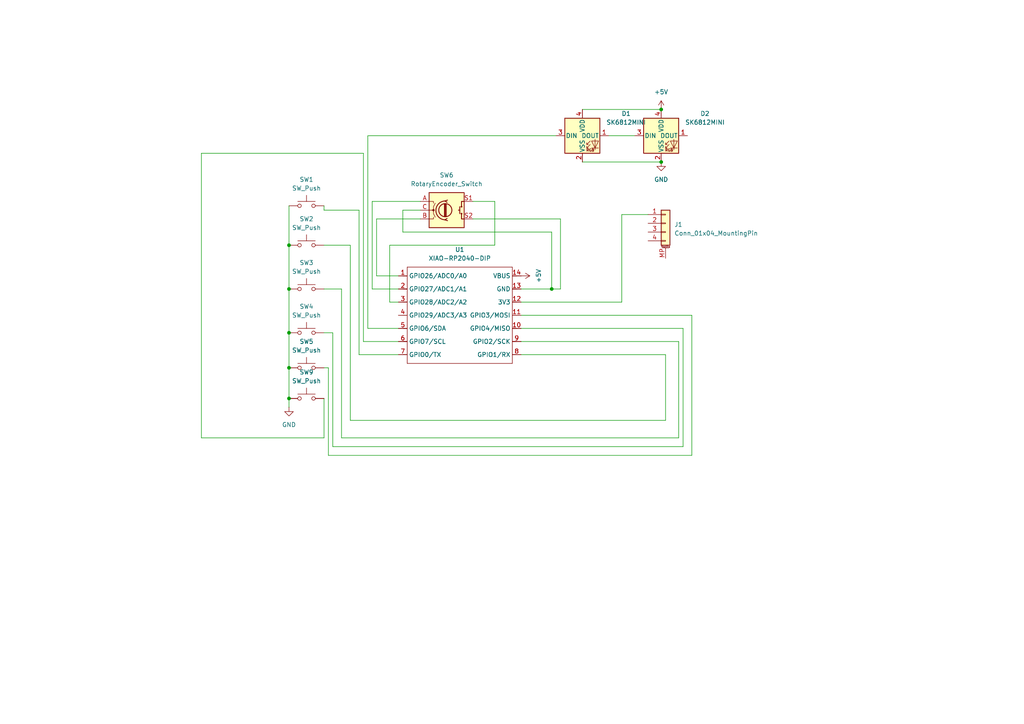
<source format=kicad_sch>
(kicad_sch
	(version 20250114)
	(generator "eeschema")
	(generator_version "9.0")
	(uuid "2ceb90b6-3972-4f7a-a0da-59b248975ffe")
	(paper "A4")
	(lib_symbols
		(symbol "Connector_Generic_MountingPin:Conn_01x04_MountingPin"
			(pin_names
				(offset 1.016)
				(hide yes)
			)
			(exclude_from_sim no)
			(in_bom yes)
			(on_board yes)
			(property "Reference" "J"
				(at 0 5.08 0)
				(effects
					(font
						(size 1.27 1.27)
					)
				)
			)
			(property "Value" "Conn_01x04_MountingPin"
				(at 1.27 -7.62 0)
				(effects
					(font
						(size 1.27 1.27)
					)
					(justify left)
				)
			)
			(property "Footprint" ""
				(at 0 0 0)
				(effects
					(font
						(size 1.27 1.27)
					)
					(hide yes)
				)
			)
			(property "Datasheet" "~"
				(at 0 0 0)
				(effects
					(font
						(size 1.27 1.27)
					)
					(hide yes)
				)
			)
			(property "Description" "Generic connectable mounting pin connector, single row, 01x04, script generated (kicad-library-utils/schlib/autogen/connector/)"
				(at 0 0 0)
				(effects
					(font
						(size 1.27 1.27)
					)
					(hide yes)
				)
			)
			(property "ki_keywords" "connector"
				(at 0 0 0)
				(effects
					(font
						(size 1.27 1.27)
					)
					(hide yes)
				)
			)
			(property "ki_fp_filters" "Connector*:*_1x??-1MP*"
				(at 0 0 0)
				(effects
					(font
						(size 1.27 1.27)
					)
					(hide yes)
				)
			)
			(symbol "Conn_01x04_MountingPin_1_1"
				(rectangle
					(start -1.27 3.81)
					(end 1.27 -6.35)
					(stroke
						(width 0.254)
						(type default)
					)
					(fill
						(type background)
					)
				)
				(rectangle
					(start -1.27 2.667)
					(end 0 2.413)
					(stroke
						(width 0.1524)
						(type default)
					)
					(fill
						(type none)
					)
				)
				(rectangle
					(start -1.27 0.127)
					(end 0 -0.127)
					(stroke
						(width 0.1524)
						(type default)
					)
					(fill
						(type none)
					)
				)
				(rectangle
					(start -1.27 -2.413)
					(end 0 -2.667)
					(stroke
						(width 0.1524)
						(type default)
					)
					(fill
						(type none)
					)
				)
				(rectangle
					(start -1.27 -4.953)
					(end 0 -5.207)
					(stroke
						(width 0.1524)
						(type default)
					)
					(fill
						(type none)
					)
				)
				(polyline
					(pts
						(xy -1.016 -7.112) (xy 1.016 -7.112)
					)
					(stroke
						(width 0.1524)
						(type default)
					)
					(fill
						(type none)
					)
				)
				(text "Mounting"
					(at 0 -6.731 0)
					(effects
						(font
							(size 0.381 0.381)
						)
					)
				)
				(pin passive line
					(at -5.08 2.54 0)
					(length 3.81)
					(name "Pin_1"
						(effects
							(font
								(size 1.27 1.27)
							)
						)
					)
					(number "1"
						(effects
							(font
								(size 1.27 1.27)
							)
						)
					)
				)
				(pin passive line
					(at -5.08 0 0)
					(length 3.81)
					(name "Pin_2"
						(effects
							(font
								(size 1.27 1.27)
							)
						)
					)
					(number "2"
						(effects
							(font
								(size 1.27 1.27)
							)
						)
					)
				)
				(pin passive line
					(at -5.08 -2.54 0)
					(length 3.81)
					(name "Pin_3"
						(effects
							(font
								(size 1.27 1.27)
							)
						)
					)
					(number "3"
						(effects
							(font
								(size 1.27 1.27)
							)
						)
					)
				)
				(pin passive line
					(at -5.08 -5.08 0)
					(length 3.81)
					(name "Pin_4"
						(effects
							(font
								(size 1.27 1.27)
							)
						)
					)
					(number "4"
						(effects
							(font
								(size 1.27 1.27)
							)
						)
					)
				)
				(pin passive line
					(at 0 -10.16 90)
					(length 3.048)
					(name "MountPin"
						(effects
							(font
								(size 1.27 1.27)
							)
						)
					)
					(number "MP"
						(effects
							(font
								(size 1.27 1.27)
							)
						)
					)
				)
			)
			(embedded_fonts no)
		)
		(symbol "Device:RotaryEncoder_Switch"
			(pin_names
				(offset 0.254)
				(hide yes)
			)
			(exclude_from_sim no)
			(in_bom yes)
			(on_board yes)
			(property "Reference" "SW"
				(at 0 6.604 0)
				(effects
					(font
						(size 1.27 1.27)
					)
				)
			)
			(property "Value" "RotaryEncoder_Switch"
				(at 0 -6.604 0)
				(effects
					(font
						(size 1.27 1.27)
					)
				)
			)
			(property "Footprint" ""
				(at -3.81 4.064 0)
				(effects
					(font
						(size 1.27 1.27)
					)
					(hide yes)
				)
			)
			(property "Datasheet" "~"
				(at 0 6.604 0)
				(effects
					(font
						(size 1.27 1.27)
					)
					(hide yes)
				)
			)
			(property "Description" "Rotary encoder, dual channel, incremental quadrate outputs, with switch"
				(at 0 0 0)
				(effects
					(font
						(size 1.27 1.27)
					)
					(hide yes)
				)
			)
			(property "ki_keywords" "rotary switch encoder switch push button"
				(at 0 0 0)
				(effects
					(font
						(size 1.27 1.27)
					)
					(hide yes)
				)
			)
			(property "ki_fp_filters" "RotaryEncoder*Switch*"
				(at 0 0 0)
				(effects
					(font
						(size 1.27 1.27)
					)
					(hide yes)
				)
			)
			(symbol "RotaryEncoder_Switch_0_1"
				(rectangle
					(start -5.08 5.08)
					(end 5.08 -5.08)
					(stroke
						(width 0.254)
						(type default)
					)
					(fill
						(type background)
					)
				)
				(polyline
					(pts
						(xy -5.08 2.54) (xy -3.81 2.54) (xy -3.81 2.032)
					)
					(stroke
						(width 0)
						(type default)
					)
					(fill
						(type none)
					)
				)
				(polyline
					(pts
						(xy -5.08 0) (xy -3.81 0) (xy -3.81 -1.016) (xy -3.302 -2.032)
					)
					(stroke
						(width 0)
						(type default)
					)
					(fill
						(type none)
					)
				)
				(polyline
					(pts
						(xy -5.08 -2.54) (xy -3.81 -2.54) (xy -3.81 -2.032)
					)
					(stroke
						(width 0)
						(type default)
					)
					(fill
						(type none)
					)
				)
				(polyline
					(pts
						(xy -4.318 0) (xy -3.81 0) (xy -3.81 1.016) (xy -3.302 2.032)
					)
					(stroke
						(width 0)
						(type default)
					)
					(fill
						(type none)
					)
				)
				(circle
					(center -3.81 0)
					(radius 0.254)
					(stroke
						(width 0)
						(type default)
					)
					(fill
						(type outline)
					)
				)
				(polyline
					(pts
						(xy -0.635 -1.778) (xy -0.635 1.778)
					)
					(stroke
						(width 0.254)
						(type default)
					)
					(fill
						(type none)
					)
				)
				(circle
					(center -0.381 0)
					(radius 1.905)
					(stroke
						(width 0.254)
						(type default)
					)
					(fill
						(type none)
					)
				)
				(polyline
					(pts
						(xy -0.381 -1.778) (xy -0.381 1.778)
					)
					(stroke
						(width 0.254)
						(type default)
					)
					(fill
						(type none)
					)
				)
				(arc
					(start -0.381 -2.794)
					(mid -3.0988 -0.0635)
					(end -0.381 2.667)
					(stroke
						(width 0.254)
						(type default)
					)
					(fill
						(type none)
					)
				)
				(polyline
					(pts
						(xy -0.127 1.778) (xy -0.127 -1.778)
					)
					(stroke
						(width 0.254)
						(type default)
					)
					(fill
						(type none)
					)
				)
				(polyline
					(pts
						(xy 0.254 2.921) (xy -0.508 2.667) (xy 0.127 2.286)
					)
					(stroke
						(width 0.254)
						(type default)
					)
					(fill
						(type none)
					)
				)
				(polyline
					(pts
						(xy 0.254 -3.048) (xy -0.508 -2.794) (xy 0.127 -2.413)
					)
					(stroke
						(width 0.254)
						(type default)
					)
					(fill
						(type none)
					)
				)
				(polyline
					(pts
						(xy 3.81 1.016) (xy 3.81 -1.016)
					)
					(stroke
						(width 0.254)
						(type default)
					)
					(fill
						(type none)
					)
				)
				(polyline
					(pts
						(xy 3.81 0) (xy 3.429 0)
					)
					(stroke
						(width 0.254)
						(type default)
					)
					(fill
						(type none)
					)
				)
				(circle
					(center 4.318 1.016)
					(radius 0.127)
					(stroke
						(width 0.254)
						(type default)
					)
					(fill
						(type none)
					)
				)
				(circle
					(center 4.318 -1.016)
					(radius 0.127)
					(stroke
						(width 0.254)
						(type default)
					)
					(fill
						(type none)
					)
				)
				(polyline
					(pts
						(xy 5.08 2.54) (xy 4.318 2.54) (xy 4.318 1.016)
					)
					(stroke
						(width 0.254)
						(type default)
					)
					(fill
						(type none)
					)
				)
				(polyline
					(pts
						(xy 5.08 -2.54) (xy 4.318 -2.54) (xy 4.318 -1.016)
					)
					(stroke
						(width 0.254)
						(type default)
					)
					(fill
						(type none)
					)
				)
			)
			(symbol "RotaryEncoder_Switch_1_1"
				(pin passive line
					(at -7.62 2.54 0)
					(length 2.54)
					(name "A"
						(effects
							(font
								(size 1.27 1.27)
							)
						)
					)
					(number "A"
						(effects
							(font
								(size 1.27 1.27)
							)
						)
					)
				)
				(pin passive line
					(at -7.62 0 0)
					(length 2.54)
					(name "C"
						(effects
							(font
								(size 1.27 1.27)
							)
						)
					)
					(number "C"
						(effects
							(font
								(size 1.27 1.27)
							)
						)
					)
				)
				(pin passive line
					(at -7.62 -2.54 0)
					(length 2.54)
					(name "B"
						(effects
							(font
								(size 1.27 1.27)
							)
						)
					)
					(number "B"
						(effects
							(font
								(size 1.27 1.27)
							)
						)
					)
				)
				(pin passive line
					(at 7.62 2.54 180)
					(length 2.54)
					(name "S1"
						(effects
							(font
								(size 1.27 1.27)
							)
						)
					)
					(number "S1"
						(effects
							(font
								(size 1.27 1.27)
							)
						)
					)
				)
				(pin passive line
					(at 7.62 -2.54 180)
					(length 2.54)
					(name "S2"
						(effects
							(font
								(size 1.27 1.27)
							)
						)
					)
					(number "S2"
						(effects
							(font
								(size 1.27 1.27)
							)
						)
					)
				)
			)
			(embedded_fonts no)
		)
		(symbol "LED:SK6812MINI"
			(pin_names
				(offset 0.254)
			)
			(exclude_from_sim no)
			(in_bom yes)
			(on_board yes)
			(property "Reference" "D"
				(at 5.08 5.715 0)
				(effects
					(font
						(size 1.27 1.27)
					)
					(justify right bottom)
				)
			)
			(property "Value" "SK6812MINI"
				(at 1.27 -5.715 0)
				(effects
					(font
						(size 1.27 1.27)
					)
					(justify left top)
				)
			)
			(property "Footprint" "LED_SMD:LED_SK6812MINI_PLCC4_3.5x3.5mm_P1.75mm"
				(at 1.27 -7.62 0)
				(effects
					(font
						(size 1.27 1.27)
					)
					(justify left top)
					(hide yes)
				)
			)
			(property "Datasheet" "https://cdn-shop.adafruit.com/product-files/2686/SK6812MINI_REV.01-1-2.pdf"
				(at 2.54 -9.525 0)
				(effects
					(font
						(size 1.27 1.27)
					)
					(justify left top)
					(hide yes)
				)
			)
			(property "Description" "RGB LED with integrated controller"
				(at 0 0 0)
				(effects
					(font
						(size 1.27 1.27)
					)
					(hide yes)
				)
			)
			(property "ki_keywords" "RGB LED NeoPixel Mini addressable"
				(at 0 0 0)
				(effects
					(font
						(size 1.27 1.27)
					)
					(hide yes)
				)
			)
			(property "ki_fp_filters" "LED*SK6812MINI*PLCC*3.5x3.5mm*P1.75mm*"
				(at 0 0 0)
				(effects
					(font
						(size 1.27 1.27)
					)
					(hide yes)
				)
			)
			(symbol "SK6812MINI_0_0"
				(text "RGB"
					(at 2.286 -4.191 0)
					(effects
						(font
							(size 0.762 0.762)
						)
					)
				)
			)
			(symbol "SK6812MINI_0_1"
				(polyline
					(pts
						(xy 1.27 -2.54) (xy 1.778 -2.54)
					)
					(stroke
						(width 0)
						(type default)
					)
					(fill
						(type none)
					)
				)
				(polyline
					(pts
						(xy 1.27 -3.556) (xy 1.778 -3.556)
					)
					(stroke
						(width 0)
						(type default)
					)
					(fill
						(type none)
					)
				)
				(polyline
					(pts
						(xy 2.286 -1.524) (xy 1.27 -2.54) (xy 1.27 -2.032)
					)
					(stroke
						(width 0)
						(type default)
					)
					(fill
						(type none)
					)
				)
				(polyline
					(pts
						(xy 2.286 -2.54) (xy 1.27 -3.556) (xy 1.27 -3.048)
					)
					(stroke
						(width 0)
						(type default)
					)
					(fill
						(type none)
					)
				)
				(polyline
					(pts
						(xy 3.683 -1.016) (xy 3.683 -3.556) (xy 3.683 -4.064)
					)
					(stroke
						(width 0)
						(type default)
					)
					(fill
						(type none)
					)
				)
				(polyline
					(pts
						(xy 4.699 -1.524) (xy 2.667 -1.524) (xy 3.683 -3.556) (xy 4.699 -1.524)
					)
					(stroke
						(width 0)
						(type default)
					)
					(fill
						(type none)
					)
				)
				(polyline
					(pts
						(xy 4.699 -3.556) (xy 2.667 -3.556)
					)
					(stroke
						(width 0)
						(type default)
					)
					(fill
						(type none)
					)
				)
				(rectangle
					(start 5.08 5.08)
					(end -5.08 -5.08)
					(stroke
						(width 0.254)
						(type default)
					)
					(fill
						(type background)
					)
				)
			)
			(symbol "SK6812MINI_1_1"
				(pin input line
					(at -7.62 0 0)
					(length 2.54)
					(name "DIN"
						(effects
							(font
								(size 1.27 1.27)
							)
						)
					)
					(number "3"
						(effects
							(font
								(size 1.27 1.27)
							)
						)
					)
				)
				(pin power_in line
					(at 0 7.62 270)
					(length 2.54)
					(name "VDD"
						(effects
							(font
								(size 1.27 1.27)
							)
						)
					)
					(number "4"
						(effects
							(font
								(size 1.27 1.27)
							)
						)
					)
				)
				(pin power_in line
					(at 0 -7.62 90)
					(length 2.54)
					(name "VSS"
						(effects
							(font
								(size 1.27 1.27)
							)
						)
					)
					(number "2"
						(effects
							(font
								(size 1.27 1.27)
							)
						)
					)
				)
				(pin output line
					(at 7.62 0 180)
					(length 2.54)
					(name "DOUT"
						(effects
							(font
								(size 1.27 1.27)
							)
						)
					)
					(number "1"
						(effects
							(font
								(size 1.27 1.27)
							)
						)
					)
				)
			)
			(embedded_fonts no)
		)
		(symbol "OPL:XIAO-RP2040-DIP"
			(exclude_from_sim no)
			(in_bom yes)
			(on_board yes)
			(property "Reference" "U"
				(at 0 0 0)
				(effects
					(font
						(size 1.27 1.27)
					)
				)
			)
			(property "Value" "XIAO-RP2040-DIP"
				(at 5.334 -1.778 0)
				(effects
					(font
						(size 1.27 1.27)
					)
				)
			)
			(property "Footprint" "Module:MOUDLE14P-XIAO-DIP-SMD"
				(at 14.478 -32.258 0)
				(effects
					(font
						(size 1.27 1.27)
					)
					(hide yes)
				)
			)
			(property "Datasheet" ""
				(at 0 0 0)
				(effects
					(font
						(size 1.27 1.27)
					)
					(hide yes)
				)
			)
			(property "Description" ""
				(at 0 0 0)
				(effects
					(font
						(size 1.27 1.27)
					)
					(hide yes)
				)
			)
			(symbol "XIAO-RP2040-DIP_1_0"
				(polyline
					(pts
						(xy -1.27 -2.54) (xy 29.21 -2.54)
					)
					(stroke
						(width 0.1524)
						(type solid)
					)
					(fill
						(type none)
					)
				)
				(polyline
					(pts
						(xy -1.27 -5.08) (xy -2.54 -5.08)
					)
					(stroke
						(width 0.1524)
						(type solid)
					)
					(fill
						(type none)
					)
				)
				(polyline
					(pts
						(xy -1.27 -5.08) (xy -1.27 -2.54)
					)
					(stroke
						(width 0.1524)
						(type solid)
					)
					(fill
						(type none)
					)
				)
				(polyline
					(pts
						(xy -1.27 -8.89) (xy -2.54 -8.89)
					)
					(stroke
						(width 0.1524)
						(type solid)
					)
					(fill
						(type none)
					)
				)
				(polyline
					(pts
						(xy -1.27 -8.89) (xy -1.27 -5.08)
					)
					(stroke
						(width 0.1524)
						(type solid)
					)
					(fill
						(type none)
					)
				)
				(polyline
					(pts
						(xy -1.27 -12.7) (xy -2.54 -12.7)
					)
					(stroke
						(width 0.1524)
						(type solid)
					)
					(fill
						(type none)
					)
				)
				(polyline
					(pts
						(xy -1.27 -12.7) (xy -1.27 -8.89)
					)
					(stroke
						(width 0.1524)
						(type solid)
					)
					(fill
						(type none)
					)
				)
				(polyline
					(pts
						(xy -1.27 -16.51) (xy -2.54 -16.51)
					)
					(stroke
						(width 0.1524)
						(type solid)
					)
					(fill
						(type none)
					)
				)
				(polyline
					(pts
						(xy -1.27 -16.51) (xy -1.27 -12.7)
					)
					(stroke
						(width 0.1524)
						(type solid)
					)
					(fill
						(type none)
					)
				)
				(polyline
					(pts
						(xy -1.27 -20.32) (xy -2.54 -20.32)
					)
					(stroke
						(width 0.1524)
						(type solid)
					)
					(fill
						(type none)
					)
				)
				(polyline
					(pts
						(xy -1.27 -24.13) (xy -2.54 -24.13)
					)
					(stroke
						(width 0.1524)
						(type solid)
					)
					(fill
						(type none)
					)
				)
				(polyline
					(pts
						(xy -1.27 -27.94) (xy -2.54 -27.94)
					)
					(stroke
						(width 0.1524)
						(type solid)
					)
					(fill
						(type none)
					)
				)
				(polyline
					(pts
						(xy -1.27 -30.48) (xy -1.27 -16.51)
					)
					(stroke
						(width 0.1524)
						(type solid)
					)
					(fill
						(type none)
					)
				)
				(polyline
					(pts
						(xy 29.21 -2.54) (xy 29.21 -5.08)
					)
					(stroke
						(width 0.1524)
						(type solid)
					)
					(fill
						(type none)
					)
				)
				(polyline
					(pts
						(xy 29.21 -5.08) (xy 29.21 -8.89)
					)
					(stroke
						(width 0.1524)
						(type solid)
					)
					(fill
						(type none)
					)
				)
				(polyline
					(pts
						(xy 29.21 -8.89) (xy 29.21 -12.7)
					)
					(stroke
						(width 0.1524)
						(type solid)
					)
					(fill
						(type none)
					)
				)
				(polyline
					(pts
						(xy 29.21 -12.7) (xy 29.21 -30.48)
					)
					(stroke
						(width 0.1524)
						(type solid)
					)
					(fill
						(type none)
					)
				)
				(polyline
					(pts
						(xy 29.21 -30.48) (xy -1.27 -30.48)
					)
					(stroke
						(width 0.1524)
						(type solid)
					)
					(fill
						(type none)
					)
				)
				(polyline
					(pts
						(xy 30.48 -5.08) (xy 29.21 -5.08)
					)
					(stroke
						(width 0.1524)
						(type solid)
					)
					(fill
						(type none)
					)
				)
				(polyline
					(pts
						(xy 30.48 -8.89) (xy 29.21 -8.89)
					)
					(stroke
						(width 0.1524)
						(type solid)
					)
					(fill
						(type none)
					)
				)
				(polyline
					(pts
						(xy 30.48 -12.7) (xy 29.21 -12.7)
					)
					(stroke
						(width 0.1524)
						(type solid)
					)
					(fill
						(type none)
					)
				)
				(polyline
					(pts
						(xy 30.48 -16.51) (xy 29.21 -16.51)
					)
					(stroke
						(width 0.1524)
						(type solid)
					)
					(fill
						(type none)
					)
				)
				(polyline
					(pts
						(xy 30.48 -20.32) (xy 29.21 -20.32)
					)
					(stroke
						(width 0.1524)
						(type solid)
					)
					(fill
						(type none)
					)
				)
				(polyline
					(pts
						(xy 30.48 -24.13) (xy 29.21 -24.13)
					)
					(stroke
						(width 0.1524)
						(type solid)
					)
					(fill
						(type none)
					)
				)
				(polyline
					(pts
						(xy 30.48 -27.94) (xy 29.21 -27.94)
					)
					(stroke
						(width 0.1524)
						(type solid)
					)
					(fill
						(type none)
					)
				)
				(pin passive line
					(at -3.81 -5.08 0)
					(length 2.54)
					(name "GPIO26/ADC0/A0"
						(effects
							(font
								(size 1.27 1.27)
							)
						)
					)
					(number "1"
						(effects
							(font
								(size 1.27 1.27)
							)
						)
					)
				)
				(pin passive line
					(at -3.81 -8.89 0)
					(length 2.54)
					(name "GPIO27/ADC1/A1"
						(effects
							(font
								(size 1.27 1.27)
							)
						)
					)
					(number "2"
						(effects
							(font
								(size 1.27 1.27)
							)
						)
					)
				)
				(pin passive line
					(at -3.81 -12.7 0)
					(length 2.54)
					(name "GPIO28/ADC2/A2"
						(effects
							(font
								(size 1.27 1.27)
							)
						)
					)
					(number "3"
						(effects
							(font
								(size 1.27 1.27)
							)
						)
					)
				)
				(pin passive line
					(at -3.81 -16.51 0)
					(length 2.54)
					(name "GPIO29/ADC3/A3"
						(effects
							(font
								(size 1.27 1.27)
							)
						)
					)
					(number "4"
						(effects
							(font
								(size 1.27 1.27)
							)
						)
					)
				)
				(pin passive line
					(at -3.81 -20.32 0)
					(length 2.54)
					(name "GPIO6/SDA"
						(effects
							(font
								(size 1.27 1.27)
							)
						)
					)
					(number "5"
						(effects
							(font
								(size 1.27 1.27)
							)
						)
					)
				)
				(pin passive line
					(at -3.81 -24.13 0)
					(length 2.54)
					(name "GPIO7/SCL"
						(effects
							(font
								(size 1.27 1.27)
							)
						)
					)
					(number "6"
						(effects
							(font
								(size 1.27 1.27)
							)
						)
					)
				)
				(pin passive line
					(at -3.81 -27.94 0)
					(length 2.54)
					(name "GPIO0/TX"
						(effects
							(font
								(size 1.27 1.27)
							)
						)
					)
					(number "7"
						(effects
							(font
								(size 1.27 1.27)
							)
						)
					)
				)
				(pin passive line
					(at 31.75 -5.08 180)
					(length 2.54)
					(name "VBUS"
						(effects
							(font
								(size 1.27 1.27)
							)
						)
					)
					(number "14"
						(effects
							(font
								(size 1.27 1.27)
							)
						)
					)
				)
				(pin passive line
					(at 31.75 -8.89 180)
					(length 2.54)
					(name "GND"
						(effects
							(font
								(size 1.27 1.27)
							)
						)
					)
					(number "13"
						(effects
							(font
								(size 1.27 1.27)
							)
						)
					)
				)
				(pin passive line
					(at 31.75 -12.7 180)
					(length 2.54)
					(name "3V3"
						(effects
							(font
								(size 1.27 1.27)
							)
						)
					)
					(number "12"
						(effects
							(font
								(size 1.27 1.27)
							)
						)
					)
				)
				(pin passive line
					(at 31.75 -16.51 180)
					(length 2.54)
					(name "GPIO3/MOSI"
						(effects
							(font
								(size 1.27 1.27)
							)
						)
					)
					(number "11"
						(effects
							(font
								(size 1.27 1.27)
							)
						)
					)
				)
				(pin passive line
					(at 31.75 -20.32 180)
					(length 2.54)
					(name "GPIO4/MISO"
						(effects
							(font
								(size 1.27 1.27)
							)
						)
					)
					(number "10"
						(effects
							(font
								(size 1.27 1.27)
							)
						)
					)
				)
				(pin passive line
					(at 31.75 -24.13 180)
					(length 2.54)
					(name "GPIO2/SCK"
						(effects
							(font
								(size 1.27 1.27)
							)
						)
					)
					(number "9"
						(effects
							(font
								(size 1.27 1.27)
							)
						)
					)
				)
				(pin passive line
					(at 31.75 -27.94 180)
					(length 2.54)
					(name "GPIO1/RX"
						(effects
							(font
								(size 1.27 1.27)
							)
						)
					)
					(number "8"
						(effects
							(font
								(size 1.27 1.27)
							)
						)
					)
				)
			)
			(embedded_fonts no)
		)
		(symbol "Switch:SW_Push"
			(pin_numbers
				(hide yes)
			)
			(pin_names
				(offset 1.016)
				(hide yes)
			)
			(exclude_from_sim no)
			(in_bom yes)
			(on_board yes)
			(property "Reference" "SW"
				(at 1.27 2.54 0)
				(effects
					(font
						(size 1.27 1.27)
					)
					(justify left)
				)
			)
			(property "Value" "SW_Push"
				(at 0 -1.524 0)
				(effects
					(font
						(size 1.27 1.27)
					)
				)
			)
			(property "Footprint" ""
				(at 0 5.08 0)
				(effects
					(font
						(size 1.27 1.27)
					)
					(hide yes)
				)
			)
			(property "Datasheet" "~"
				(at 0 5.08 0)
				(effects
					(font
						(size 1.27 1.27)
					)
					(hide yes)
				)
			)
			(property "Description" "Push button switch, generic, two pins"
				(at 0 0 0)
				(effects
					(font
						(size 1.27 1.27)
					)
					(hide yes)
				)
			)
			(property "ki_keywords" "switch normally-open pushbutton push-button"
				(at 0 0 0)
				(effects
					(font
						(size 1.27 1.27)
					)
					(hide yes)
				)
			)
			(symbol "SW_Push_0_1"
				(circle
					(center -2.032 0)
					(radius 0.508)
					(stroke
						(width 0)
						(type default)
					)
					(fill
						(type none)
					)
				)
				(polyline
					(pts
						(xy 0 1.27) (xy 0 3.048)
					)
					(stroke
						(width 0)
						(type default)
					)
					(fill
						(type none)
					)
				)
				(circle
					(center 2.032 0)
					(radius 0.508)
					(stroke
						(width 0)
						(type default)
					)
					(fill
						(type none)
					)
				)
				(polyline
					(pts
						(xy 2.54 1.27) (xy -2.54 1.27)
					)
					(stroke
						(width 0)
						(type default)
					)
					(fill
						(type none)
					)
				)
				(pin passive line
					(at -5.08 0 0)
					(length 2.54)
					(name "1"
						(effects
							(font
								(size 1.27 1.27)
							)
						)
					)
					(number "1"
						(effects
							(font
								(size 1.27 1.27)
							)
						)
					)
				)
				(pin passive line
					(at 5.08 0 180)
					(length 2.54)
					(name "2"
						(effects
							(font
								(size 1.27 1.27)
							)
						)
					)
					(number "2"
						(effects
							(font
								(size 1.27 1.27)
							)
						)
					)
				)
			)
			(embedded_fonts no)
		)
		(symbol "power:+5V"
			(power)
			(pin_numbers
				(hide yes)
			)
			(pin_names
				(offset 0)
				(hide yes)
			)
			(exclude_from_sim no)
			(in_bom yes)
			(on_board yes)
			(property "Reference" "#PWR"
				(at 0 -3.81 0)
				(effects
					(font
						(size 1.27 1.27)
					)
					(hide yes)
				)
			)
			(property "Value" "+5V"
				(at 0 3.556 0)
				(effects
					(font
						(size 1.27 1.27)
					)
				)
			)
			(property "Footprint" ""
				(at 0 0 0)
				(effects
					(font
						(size 1.27 1.27)
					)
					(hide yes)
				)
			)
			(property "Datasheet" ""
				(at 0 0 0)
				(effects
					(font
						(size 1.27 1.27)
					)
					(hide yes)
				)
			)
			(property "Description" "Power symbol creates a global label with name \"+5V\""
				(at 0 0 0)
				(effects
					(font
						(size 1.27 1.27)
					)
					(hide yes)
				)
			)
			(property "ki_keywords" "global power"
				(at 0 0 0)
				(effects
					(font
						(size 1.27 1.27)
					)
					(hide yes)
				)
			)
			(symbol "+5V_0_1"
				(polyline
					(pts
						(xy -0.762 1.27) (xy 0 2.54)
					)
					(stroke
						(width 0)
						(type default)
					)
					(fill
						(type none)
					)
				)
				(polyline
					(pts
						(xy 0 2.54) (xy 0.762 1.27)
					)
					(stroke
						(width 0)
						(type default)
					)
					(fill
						(type none)
					)
				)
				(polyline
					(pts
						(xy 0 0) (xy 0 2.54)
					)
					(stroke
						(width 0)
						(type default)
					)
					(fill
						(type none)
					)
				)
			)
			(symbol "+5V_1_1"
				(pin power_in line
					(at 0 0 90)
					(length 0)
					(name "~"
						(effects
							(font
								(size 1.27 1.27)
							)
						)
					)
					(number "1"
						(effects
							(font
								(size 1.27 1.27)
							)
						)
					)
				)
			)
			(embedded_fonts no)
		)
		(symbol "power:GND"
			(power)
			(pin_numbers
				(hide yes)
			)
			(pin_names
				(offset 0)
				(hide yes)
			)
			(exclude_from_sim no)
			(in_bom yes)
			(on_board yes)
			(property "Reference" "#PWR"
				(at 0 -6.35 0)
				(effects
					(font
						(size 1.27 1.27)
					)
					(hide yes)
				)
			)
			(property "Value" "GND"
				(at 0 -3.81 0)
				(effects
					(font
						(size 1.27 1.27)
					)
				)
			)
			(property "Footprint" ""
				(at 0 0 0)
				(effects
					(font
						(size 1.27 1.27)
					)
					(hide yes)
				)
			)
			(property "Datasheet" ""
				(at 0 0 0)
				(effects
					(font
						(size 1.27 1.27)
					)
					(hide yes)
				)
			)
			(property "Description" "Power symbol creates a global label with name \"GND\" , ground"
				(at 0 0 0)
				(effects
					(font
						(size 1.27 1.27)
					)
					(hide yes)
				)
			)
			(property "ki_keywords" "global power"
				(at 0 0 0)
				(effects
					(font
						(size 1.27 1.27)
					)
					(hide yes)
				)
			)
			(symbol "GND_0_1"
				(polyline
					(pts
						(xy 0 0) (xy 0 -1.27) (xy 1.27 -1.27) (xy 0 -2.54) (xy -1.27 -1.27) (xy 0 -1.27)
					)
					(stroke
						(width 0)
						(type default)
					)
					(fill
						(type none)
					)
				)
			)
			(symbol "GND_1_1"
				(pin power_in line
					(at 0 0 270)
					(length 0)
					(name "~"
						(effects
							(font
								(size 1.27 1.27)
							)
						)
					)
					(number "1"
						(effects
							(font
								(size 1.27 1.27)
							)
						)
					)
				)
			)
			(embedded_fonts no)
		)
	)
	(junction
		(at 83.82 115.57)
		(diameter 0)
		(color 0 0 0 0)
		(uuid "00bda5d3-e667-49ec-8aa1-af32d54ee5ad")
	)
	(junction
		(at 83.82 83.82)
		(diameter 0)
		(color 0 0 0 0)
		(uuid "1854ede8-e377-458f-be97-babc44791a01")
	)
	(junction
		(at 83.82 96.52)
		(diameter 0)
		(color 0 0 0 0)
		(uuid "19ab0b9a-fc4e-4972-9892-9fbe7eb20796")
	)
	(junction
		(at 191.77 46.99)
		(diameter 0)
		(color 0 0 0 0)
		(uuid "28fbc06e-8a14-4544-adc3-f6231b717ed7")
	)
	(junction
		(at 191.77 31.75)
		(diameter 0)
		(color 0 0 0 0)
		(uuid "6ca3b1c0-2ae7-46b2-85aa-f46c05a64000")
	)
	(junction
		(at 83.82 71.12)
		(diameter 0)
		(color 0 0 0 0)
		(uuid "95f0d310-ce32-480d-9392-b45e51705e0d")
	)
	(junction
		(at 83.82 106.68)
		(diameter 0)
		(color 0 0 0 0)
		(uuid "baae1e33-8fd6-4200-81ae-6cec7b1fbbc5")
	)
	(junction
		(at 160.02 83.82)
		(diameter 0)
		(color 0 0 0 0)
		(uuid "bfd2e4a9-da06-44fc-91ca-928353a9ea12")
	)
	(wire
		(pts
			(xy 93.98 96.52) (xy 96.52 96.52)
		)
		(stroke
			(width 0)
			(type default)
		)
		(uuid "04948295-b2b4-4e7a-beab-bdd49ad8dd3e")
	)
	(wire
		(pts
			(xy 198.12 95.25) (xy 198.12 129.54)
		)
		(stroke
			(width 0)
			(type default)
		)
		(uuid "05ef62c3-e48b-48de-ace3-428901fb284b")
	)
	(wire
		(pts
			(xy 83.82 115.57) (xy 83.82 118.11)
		)
		(stroke
			(width 0)
			(type default)
		)
		(uuid "0969a22a-33df-4146-9288-942effe9933a")
	)
	(wire
		(pts
			(xy 151.13 99.06) (xy 196.85 99.06)
		)
		(stroke
			(width 0)
			(type default)
		)
		(uuid "0c9bcd6c-c7b8-4442-b1d4-fdd2b7903c61")
	)
	(wire
		(pts
			(xy 106.68 95.25) (xy 106.68 39.37)
		)
		(stroke
			(width 0)
			(type default)
		)
		(uuid "0fbbe090-a823-4592-ba5f-4dfc2bb081b7")
	)
	(wire
		(pts
			(xy 58.42 44.45) (xy 58.42 127)
		)
		(stroke
			(width 0)
			(type default)
		)
		(uuid "111b8c26-81ec-40f5-a96b-29d35ce38ce8")
	)
	(wire
		(pts
			(xy 95.25 132.08) (xy 95.25 106.68)
		)
		(stroke
			(width 0)
			(type default)
		)
		(uuid "11fa51ed-ab42-42d5-a251-6ccf72a02b07")
	)
	(wire
		(pts
			(xy 113.03 71.12) (xy 113.03 87.63)
		)
		(stroke
			(width 0)
			(type default)
		)
		(uuid "174f2e17-9110-4cf4-a092-727060430a00")
	)
	(wire
		(pts
			(xy 193.04 102.87) (xy 193.04 121.92)
		)
		(stroke
			(width 0)
			(type default)
		)
		(uuid "25be14b3-497a-43b1-841c-658420970d7c")
	)
	(wire
		(pts
			(xy 99.06 127) (xy 99.06 83.82)
		)
		(stroke
			(width 0)
			(type default)
		)
		(uuid "267e7974-3d55-449b-9116-be8b6bfdf4a2")
	)
	(wire
		(pts
			(xy 115.57 80.01) (xy 109.22 80.01)
		)
		(stroke
			(width 0)
			(type default)
		)
		(uuid "2b3dfd08-c7e0-4742-8d9a-4a700be53c2f")
	)
	(wire
		(pts
			(xy 107.95 58.42) (xy 121.92 58.42)
		)
		(stroke
			(width 0)
			(type default)
		)
		(uuid "300e9864-c50c-451b-b7cb-1374aeea1373")
	)
	(wire
		(pts
			(xy 101.6 121.92) (xy 101.6 71.12)
		)
		(stroke
			(width 0)
			(type default)
		)
		(uuid "330cebb0-13ae-4a9a-8a7e-d784239e9f62")
	)
	(wire
		(pts
			(xy 107.95 83.82) (xy 107.95 58.42)
		)
		(stroke
			(width 0)
			(type default)
		)
		(uuid "3984a60b-6014-4097-983b-e161c422422e")
	)
	(wire
		(pts
			(xy 115.57 83.82) (xy 107.95 83.82)
		)
		(stroke
			(width 0)
			(type default)
		)
		(uuid "408e2e7f-e70b-4df2-8899-82e0fbacd9b0")
	)
	(wire
		(pts
			(xy 105.41 99.06) (xy 105.41 44.45)
		)
		(stroke
			(width 0)
			(type default)
		)
		(uuid "46505f5a-9b1e-4d16-bb24-6a07ee44c018")
	)
	(wire
		(pts
			(xy 151.13 102.87) (xy 193.04 102.87)
		)
		(stroke
			(width 0)
			(type default)
		)
		(uuid "47675ee4-ef3e-48d0-8a9c-de2d10ff5c72")
	)
	(wire
		(pts
			(xy 196.85 127) (xy 99.06 127)
		)
		(stroke
			(width 0)
			(type default)
		)
		(uuid "49868ce1-0c12-4a40-b90e-6048599756cd")
	)
	(wire
		(pts
			(xy 196.85 99.06) (xy 196.85 127)
		)
		(stroke
			(width 0)
			(type default)
		)
		(uuid "4ec1fa67-9bec-461d-b444-24ebab80d853")
	)
	(wire
		(pts
			(xy 137.16 58.42) (xy 143.51 58.42)
		)
		(stroke
			(width 0)
			(type default)
		)
		(uuid "53604a7b-c64b-487e-82f7-421909418d49")
	)
	(wire
		(pts
			(xy 83.82 106.68) (xy 83.82 115.57)
		)
		(stroke
			(width 0)
			(type default)
		)
		(uuid "54d14e4b-f02a-468d-bdd4-702bb89243f7")
	)
	(wire
		(pts
			(xy 137.16 63.5) (xy 162.56 63.5)
		)
		(stroke
			(width 0)
			(type default)
		)
		(uuid "558bfa37-ba36-4aee-9265-f4041e59b943")
	)
	(wire
		(pts
			(xy 116.84 60.96) (xy 121.92 60.96)
		)
		(stroke
			(width 0)
			(type default)
		)
		(uuid "58dc2352-4588-4cab-bb5b-5c851c975be7")
	)
	(wire
		(pts
			(xy 104.14 60.96) (xy 93.98 60.96)
		)
		(stroke
			(width 0)
			(type default)
		)
		(uuid "5bac22c0-21d5-4543-ab67-fb0474acc883")
	)
	(wire
		(pts
			(xy 168.91 46.99) (xy 191.77 46.99)
		)
		(stroke
			(width 0)
			(type default)
		)
		(uuid "5f7d363a-f8a1-4e63-81ec-2ba6ef99c655")
	)
	(wire
		(pts
			(xy 162.56 83.82) (xy 162.56 63.5)
		)
		(stroke
			(width 0)
			(type default)
		)
		(uuid "67c92323-9f5c-473a-85a8-d10a49f5cf5b")
	)
	(wire
		(pts
			(xy 83.82 83.82) (xy 83.82 96.52)
		)
		(stroke
			(width 0)
			(type default)
		)
		(uuid "6ae6a62c-506d-4f33-ba2e-5bbfd6015489")
	)
	(wire
		(pts
			(xy 198.12 129.54) (xy 96.52 129.54)
		)
		(stroke
			(width 0)
			(type default)
		)
		(uuid "6bd1f911-8e4e-4342-a6f8-59a1acd92aa5")
	)
	(wire
		(pts
			(xy 151.13 95.25) (xy 198.12 95.25)
		)
		(stroke
			(width 0)
			(type default)
		)
		(uuid "7bca1a23-0be0-492d-89da-88e845709623")
	)
	(wire
		(pts
			(xy 115.57 95.25) (xy 106.68 95.25)
		)
		(stroke
			(width 0)
			(type default)
		)
		(uuid "7c5e0d52-e7c9-4031-bd69-9230ed258c82")
	)
	(wire
		(pts
			(xy 93.98 83.82) (xy 99.06 83.82)
		)
		(stroke
			(width 0)
			(type default)
		)
		(uuid "7d802a7a-2e70-42fe-bee7-36a1abffd09a")
	)
	(wire
		(pts
			(xy 113.03 87.63) (xy 115.57 87.63)
		)
		(stroke
			(width 0)
			(type default)
		)
		(uuid "7ef5e844-cc72-45d9-99d5-50a7edd11b86")
	)
	(wire
		(pts
			(xy 143.51 58.42) (xy 143.51 71.12)
		)
		(stroke
			(width 0)
			(type default)
		)
		(uuid "8088e1cb-dfd9-43fe-9760-54c2a1da3692")
	)
	(wire
		(pts
			(xy 109.22 63.5) (xy 121.92 63.5)
		)
		(stroke
			(width 0)
			(type default)
		)
		(uuid "81c251d9-b3ef-490f-85c1-e33e944b8ddf")
	)
	(wire
		(pts
			(xy 58.42 127) (xy 93.98 127)
		)
		(stroke
			(width 0)
			(type default)
		)
		(uuid "81dfac5d-bca6-4ccd-89fc-885a33022e4d")
	)
	(wire
		(pts
			(xy 151.13 91.44) (xy 200.66 91.44)
		)
		(stroke
			(width 0)
			(type default)
		)
		(uuid "87cfb7a4-3d59-435c-8364-615e70a203fa")
	)
	(wire
		(pts
			(xy 180.34 62.23) (xy 187.96 62.23)
		)
		(stroke
			(width 0)
			(type default)
		)
		(uuid "880ad830-f90c-4f70-93a9-3b09e504c448")
	)
	(wire
		(pts
			(xy 115.57 102.87) (xy 104.14 102.87)
		)
		(stroke
			(width 0)
			(type default)
		)
		(uuid "8879ae35-66db-4355-83b8-1e2873714215")
	)
	(wire
		(pts
			(xy 168.91 31.75) (xy 191.77 31.75)
		)
		(stroke
			(width 0)
			(type default)
		)
		(uuid "8a0dda96-e9aa-49a6-a73a-aadd727f0562")
	)
	(wire
		(pts
			(xy 193.04 121.92) (xy 101.6 121.92)
		)
		(stroke
			(width 0)
			(type default)
		)
		(uuid "8aefae0a-01a2-4f99-a84d-3471bbdc2bfd")
	)
	(wire
		(pts
			(xy 104.14 102.87) (xy 104.14 60.96)
		)
		(stroke
			(width 0)
			(type default)
		)
		(uuid "8fec4b36-0c7d-4378-a271-385cddc3e159")
	)
	(wire
		(pts
			(xy 83.82 71.12) (xy 83.82 83.82)
		)
		(stroke
			(width 0)
			(type default)
		)
		(uuid "99ca9c9b-bc1f-49fd-bed6-fbdc14eee4a9")
	)
	(wire
		(pts
			(xy 83.82 96.52) (xy 83.82 106.68)
		)
		(stroke
			(width 0)
			(type default)
		)
		(uuid "9b0da7ec-094e-458d-81fb-27ff099c1487")
	)
	(wire
		(pts
			(xy 151.13 83.82) (xy 160.02 83.82)
		)
		(stroke
			(width 0)
			(type default)
		)
		(uuid "a3b40236-b5e7-4932-a852-1d6b0b6a33e9")
	)
	(wire
		(pts
			(xy 143.51 71.12) (xy 113.03 71.12)
		)
		(stroke
			(width 0)
			(type default)
		)
		(uuid "a3cb8472-4262-4f70-bf38-075e6e85ba55")
	)
	(wire
		(pts
			(xy 151.13 87.63) (xy 180.34 87.63)
		)
		(stroke
			(width 0)
			(type default)
		)
		(uuid "a8d751f2-ee8d-437d-a740-cc37e4cd253b")
	)
	(wire
		(pts
			(xy 160.02 67.31) (xy 116.84 67.31)
		)
		(stroke
			(width 0)
			(type default)
		)
		(uuid "a91aca52-c69a-421d-9c14-16a54f6ef735")
	)
	(wire
		(pts
			(xy 106.68 39.37) (xy 161.29 39.37)
		)
		(stroke
			(width 0)
			(type default)
		)
		(uuid "ab46a135-1a56-4b67-9687-69e32a6fccfd")
	)
	(wire
		(pts
			(xy 115.57 99.06) (xy 105.41 99.06)
		)
		(stroke
			(width 0)
			(type default)
		)
		(uuid "b27e4317-3b15-4634-aad8-031d0699e6d6")
	)
	(wire
		(pts
			(xy 176.53 39.37) (xy 184.15 39.37)
		)
		(stroke
			(width 0)
			(type default)
		)
		(uuid "b483be57-5e29-4831-9125-0795e7264aff")
	)
	(wire
		(pts
			(xy 105.41 44.45) (xy 58.42 44.45)
		)
		(stroke
			(width 0)
			(type default)
		)
		(uuid "c0a5c5b9-5fec-4941-9137-d1baeae9a633")
	)
	(wire
		(pts
			(xy 160.02 83.82) (xy 160.02 67.31)
		)
		(stroke
			(width 0)
			(type default)
		)
		(uuid "c44a9e52-7f29-42e0-b66e-8ec0130abb7e")
	)
	(wire
		(pts
			(xy 93.98 127) (xy 93.98 115.57)
		)
		(stroke
			(width 0)
			(type default)
		)
		(uuid "c7a31a2f-2b44-4e52-9cd0-fb4031af5392")
	)
	(wire
		(pts
			(xy 109.22 80.01) (xy 109.22 63.5)
		)
		(stroke
			(width 0)
			(type default)
		)
		(uuid "c88bed86-bedd-48f6-be54-98a2732602c8")
	)
	(wire
		(pts
			(xy 83.82 59.69) (xy 83.82 71.12)
		)
		(stroke
			(width 0)
			(type default)
		)
		(uuid "ca9e9aaa-cd3e-4066-a5d6-be2b58bf83f9")
	)
	(wire
		(pts
			(xy 96.52 129.54) (xy 96.52 96.52)
		)
		(stroke
			(width 0)
			(type default)
		)
		(uuid "dbef2a13-3273-4d0b-8235-8dd72776e33f")
	)
	(wire
		(pts
			(xy 93.98 60.96) (xy 93.98 59.69)
		)
		(stroke
			(width 0)
			(type default)
		)
		(uuid "e1930d2a-23e0-46ff-80d1-35ec7b436eb8")
	)
	(wire
		(pts
			(xy 200.66 91.44) (xy 200.66 132.08)
		)
		(stroke
			(width 0)
			(type default)
		)
		(uuid "e1ef40c5-6758-4390-b9e3-fced2fc32c04")
	)
	(wire
		(pts
			(xy 160.02 83.82) (xy 162.56 83.82)
		)
		(stroke
			(width 0)
			(type default)
		)
		(uuid "e3548d01-f6f0-483f-9c75-d9cb89bfa031")
	)
	(wire
		(pts
			(xy 95.25 106.68) (xy 93.98 106.68)
		)
		(stroke
			(width 0)
			(type default)
		)
		(uuid "ea070483-f2ad-42f5-b530-26efef55c85f")
	)
	(wire
		(pts
			(xy 101.6 71.12) (xy 93.98 71.12)
		)
		(stroke
			(width 0)
			(type default)
		)
		(uuid "ec42981f-0de1-491d-88e6-6e840ed95a26")
	)
	(wire
		(pts
			(xy 116.84 67.31) (xy 116.84 60.96)
		)
		(stroke
			(width 0)
			(type default)
		)
		(uuid "eec99a00-e34f-4ed2-a673-fc9a148d0011")
	)
	(wire
		(pts
			(xy 200.66 132.08) (xy 95.25 132.08)
		)
		(stroke
			(width 0)
			(type default)
		)
		(uuid "f5a422ba-1974-4478-8aed-01e186849a31")
	)
	(wire
		(pts
			(xy 180.34 87.63) (xy 180.34 62.23)
		)
		(stroke
			(width 0)
			(type default)
		)
		(uuid "f74f3f49-c204-4392-acfe-66cb5d3e4f3b")
	)
	(symbol
		(lib_id "power:GND")
		(at 83.82 118.11 0)
		(unit 1)
		(exclude_from_sim no)
		(in_bom yes)
		(on_board yes)
		(dnp no)
		(fields_autoplaced yes)
		(uuid "29d5830b-2c60-4352-8ab5-5ca68fa12cf2")
		(property "Reference" "#PWR03"
			(at 83.82 124.46 0)
			(effects
				(font
					(size 1.27 1.27)
				)
				(hide yes)
			)
		)
		(property "Value" "GND"
			(at 83.82 123.19 0)
			(effects
				(font
					(size 1.27 1.27)
				)
			)
		)
		(property "Footprint" ""
			(at 83.82 118.11 0)
			(effects
				(font
					(size 1.27 1.27)
				)
				(hide yes)
			)
		)
		(property "Datasheet" ""
			(at 83.82 118.11 0)
			(effects
				(font
					(size 1.27 1.27)
				)
				(hide yes)
			)
		)
		(property "Description" "Power symbol creates a global label with name \"GND\" , ground"
			(at 83.82 118.11 0)
			(effects
				(font
					(size 1.27 1.27)
				)
				(hide yes)
			)
		)
		(pin "1"
			(uuid "4ddbca04-6376-45d0-b8fc-9953985f8d5b")
		)
		(instances
			(project ""
				(path "/2ceb90b6-3972-4f7a-a0da-59b248975ffe"
					(reference "#PWR03")
					(unit 1)
				)
			)
		)
	)
	(symbol
		(lib_id "Switch:SW_Push")
		(at 88.9 96.52 0)
		(unit 1)
		(exclude_from_sim no)
		(in_bom yes)
		(on_board yes)
		(dnp no)
		(fields_autoplaced yes)
		(uuid "2a904b21-4f70-452a-b2e0-6c5aa1be1e27")
		(property "Reference" "SW4"
			(at 88.9 88.9 0)
			(effects
				(font
					(size 1.27 1.27)
				)
			)
		)
		(property "Value" "SW_Push"
			(at 88.9 91.44 0)
			(effects
				(font
					(size 1.27 1.27)
				)
			)
		)
		(property "Footprint" "Button_Switch_Keyboard:SW_Cherry_MX_1.00u_PCB"
			(at 88.9 91.44 0)
			(effects
				(font
					(size 1.27 1.27)
				)
				(hide yes)
			)
		)
		(property "Datasheet" "~"
			(at 88.9 91.44 0)
			(effects
				(font
					(size 1.27 1.27)
				)
				(hide yes)
			)
		)
		(property "Description" "Push button switch, generic, two pins"
			(at 88.9 96.52 0)
			(effects
				(font
					(size 1.27 1.27)
				)
				(hide yes)
			)
		)
		(pin "1"
			(uuid "3211d645-df94-409a-99d5-ddd8985a8ec8")
		)
		(pin "2"
			(uuid "0958d772-a3fc-429b-b97d-bd55a41a2fc0")
		)
		(instances
			(project ""
				(path "/2ceb90b6-3972-4f7a-a0da-59b248975ffe"
					(reference "SW4")
					(unit 1)
				)
			)
		)
	)
	(symbol
		(lib_id "power:GND")
		(at 191.77 46.99 0)
		(unit 1)
		(exclude_from_sim no)
		(in_bom yes)
		(on_board yes)
		(dnp no)
		(fields_autoplaced yes)
		(uuid "5f2be9c9-35a2-4292-9b02-7395287458bc")
		(property "Reference" "#PWR01"
			(at 191.77 53.34 0)
			(effects
				(font
					(size 1.27 1.27)
				)
				(hide yes)
			)
		)
		(property "Value" "GND"
			(at 191.77 52.07 0)
			(effects
				(font
					(size 1.27 1.27)
				)
			)
		)
		(property "Footprint" ""
			(at 191.77 46.99 0)
			(effects
				(font
					(size 1.27 1.27)
				)
				(hide yes)
			)
		)
		(property "Datasheet" ""
			(at 191.77 46.99 0)
			(effects
				(font
					(size 1.27 1.27)
				)
				(hide yes)
			)
		)
		(property "Description" "Power symbol creates a global label with name \"GND\" , ground"
			(at 191.77 46.99 0)
			(effects
				(font
					(size 1.27 1.27)
				)
				(hide yes)
			)
		)
		(pin "1"
			(uuid "5c1dcc36-f593-468c-beb7-d0688020c502")
		)
		(instances
			(project ""
				(path "/2ceb90b6-3972-4f7a-a0da-59b248975ffe"
					(reference "#PWR01")
					(unit 1)
				)
			)
		)
	)
	(symbol
		(lib_id "OPL:XIAO-RP2040-DIP")
		(at 119.38 74.93 0)
		(unit 1)
		(exclude_from_sim no)
		(in_bom yes)
		(on_board yes)
		(dnp no)
		(fields_autoplaced yes)
		(uuid "6f364f7e-f013-4b7b-956c-14a915417623")
		(property "Reference" "U1"
			(at 133.35 72.39 0)
			(effects
				(font
					(size 1.27 1.27)
				)
			)
		)
		(property "Value" "XIAO-RP2040-DIP"
			(at 133.35 74.93 0)
			(effects
				(font
					(size 1.27 1.27)
				)
			)
		)
		(property "Footprint" "OPL:XIAO-RP2040-DIP"
			(at 133.858 107.188 0)
			(effects
				(font
					(size 1.27 1.27)
				)
				(hide yes)
			)
		)
		(property "Datasheet" ""
			(at 119.38 74.93 0)
			(effects
				(font
					(size 1.27 1.27)
				)
				(hide yes)
			)
		)
		(property "Description" ""
			(at 119.38 74.93 0)
			(effects
				(font
					(size 1.27 1.27)
				)
				(hide yes)
			)
		)
		(pin "7"
			(uuid "a30aec69-7fbd-4859-8837-3a079ec64444")
		)
		(pin "12"
			(uuid "c817089f-2279-46ca-9ead-0b7a0329c696")
		)
		(pin "5"
			(uuid "df89ee2b-d7ff-43be-9b3e-7554c3f57eb4")
		)
		(pin "13"
			(uuid "dd95cc73-0821-4fec-bbff-c425303fb8b5")
		)
		(pin "1"
			(uuid "75f71e52-3f6f-4ab5-8f05-f42b40f97022")
		)
		(pin "6"
			(uuid "a417e1f2-3197-491a-bfbc-764ed4a2663b")
		)
		(pin "14"
			(uuid "4714014f-9a17-409e-b274-5300b6a260fc")
		)
		(pin "3"
			(uuid "545df4e9-f076-4175-bf29-ddc1a5bde4a6")
		)
		(pin "2"
			(uuid "0698b3d6-1622-4951-a24e-79befe9aa847")
		)
		(pin "4"
			(uuid "c673fa81-875d-4fea-8fd8-d16c6dbfcdd8")
		)
		(pin "9"
			(uuid "93147586-6da2-4844-842d-d6d9da2eecf6")
		)
		(pin "10"
			(uuid "bbd65af6-e2a4-45b6-a8c4-93beac541fd5")
		)
		(pin "11"
			(uuid "e54200b6-d954-4b79-8c47-84e2a3984e31")
		)
		(pin "8"
			(uuid "273bdfdc-2798-40df-a7f4-fa7b7636b3c7")
		)
		(instances
			(project ""
				(path "/2ceb90b6-3972-4f7a-a0da-59b248975ffe"
					(reference "U1")
					(unit 1)
				)
			)
		)
	)
	(symbol
		(lib_id "Switch:SW_Push")
		(at 88.9 115.57 0)
		(unit 1)
		(exclude_from_sim no)
		(in_bom yes)
		(on_board yes)
		(dnp no)
		(fields_autoplaced yes)
		(uuid "6fbb5abd-165b-43e3-a60a-857b9a40862a")
		(property "Reference" "SW9"
			(at 88.9 107.95 0)
			(effects
				(font
					(size 1.27 1.27)
				)
			)
		)
		(property "Value" "SW_Push"
			(at 88.9 110.49 0)
			(effects
				(font
					(size 1.27 1.27)
				)
			)
		)
		(property "Footprint" "Button_Switch_Keyboard:SW_Cherry_MX_1.00u_PCB"
			(at 88.9 110.49 0)
			(effects
				(font
					(size 1.27 1.27)
				)
				(hide yes)
			)
		)
		(property "Datasheet" "~"
			(at 88.9 110.49 0)
			(effects
				(font
					(size 1.27 1.27)
				)
				(hide yes)
			)
		)
		(property "Description" "Push button switch, generic, two pins"
			(at 88.9 115.57 0)
			(effects
				(font
					(size 1.27 1.27)
				)
				(hide yes)
			)
		)
		(pin "2"
			(uuid "a8edf1b0-4ebf-4126-bd50-13462c69ec14")
		)
		(pin "1"
			(uuid "1bd1e60c-8664-4a81-af18-922eab064a3c")
		)
		(instances
			(project ""
				(path "/2ceb90b6-3972-4f7a-a0da-59b248975ffe"
					(reference "SW9")
					(unit 1)
				)
			)
		)
	)
	(symbol
		(lib_id "power:+5V")
		(at 191.77 31.75 0)
		(unit 1)
		(exclude_from_sim no)
		(in_bom yes)
		(on_board yes)
		(dnp no)
		(fields_autoplaced yes)
		(uuid "7bfcc6f4-94f4-4925-9d28-bd159f7ed250")
		(property "Reference" "#PWR02"
			(at 191.77 35.56 0)
			(effects
				(font
					(size 1.27 1.27)
				)
				(hide yes)
			)
		)
		(property "Value" "+5V"
			(at 191.77 26.67 0)
			(effects
				(font
					(size 1.27 1.27)
				)
			)
		)
		(property "Footprint" ""
			(at 191.77 31.75 0)
			(effects
				(font
					(size 1.27 1.27)
				)
				(hide yes)
			)
		)
		(property "Datasheet" ""
			(at 191.77 31.75 0)
			(effects
				(font
					(size 1.27 1.27)
				)
				(hide yes)
			)
		)
		(property "Description" "Power symbol creates a global label with name \"+5V\""
			(at 191.77 31.75 0)
			(effects
				(font
					(size 1.27 1.27)
				)
				(hide yes)
			)
		)
		(pin "1"
			(uuid "523ac5e2-2850-406a-b8ac-04665d07af10")
		)
		(instances
			(project ""
				(path "/2ceb90b6-3972-4f7a-a0da-59b248975ffe"
					(reference "#PWR02")
					(unit 1)
				)
			)
		)
	)
	(symbol
		(lib_id "LED:SK6812MINI")
		(at 191.77 39.37 0)
		(unit 1)
		(exclude_from_sim no)
		(in_bom yes)
		(on_board yes)
		(dnp no)
		(fields_autoplaced yes)
		(uuid "7ecf2e2b-9d2d-404d-9ec6-c2312a05abd5")
		(property "Reference" "D2"
			(at 204.47 32.9498 0)
			(effects
				(font
					(size 1.27 1.27)
				)
			)
		)
		(property "Value" "SK6812MINI"
			(at 204.47 35.4898 0)
			(effects
				(font
					(size 1.27 1.27)
				)
			)
		)
		(property "Footprint" "LED_SMD:LED_SK6812MINI_PLCC4_3.5x3.5mm_P1.75mm"
			(at 193.04 46.99 0)
			(effects
				(font
					(size 1.27 1.27)
				)
				(justify left top)
				(hide yes)
			)
		)
		(property "Datasheet" "https://cdn-shop.adafruit.com/product-files/2686/SK6812MINI_REV.01-1-2.pdf"
			(at 194.31 48.895 0)
			(effects
				(font
					(size 1.27 1.27)
				)
				(justify left top)
				(hide yes)
			)
		)
		(property "Description" "RGB LED with integrated controller"
			(at 191.77 39.37 0)
			(effects
				(font
					(size 1.27 1.27)
				)
				(hide yes)
			)
		)
		(pin "3"
			(uuid "4c51415e-e287-4fda-b48d-54689de2349b")
		)
		(pin "2"
			(uuid "2a3152f1-8d41-4ac8-95e5-53bede048575")
		)
		(pin "1"
			(uuid "8dd9aedd-dc99-4cc3-aec1-ce212e41365c")
		)
		(pin "4"
			(uuid "38c75164-c573-43f8-bd04-5944382d1b38")
		)
		(instances
			(project ""
				(path "/2ceb90b6-3972-4f7a-a0da-59b248975ffe"
					(reference "D2")
					(unit 1)
				)
			)
		)
	)
	(symbol
		(lib_id "Switch:SW_Push")
		(at 88.9 71.12 0)
		(unit 1)
		(exclude_from_sim no)
		(in_bom yes)
		(on_board yes)
		(dnp no)
		(fields_autoplaced yes)
		(uuid "b1cd9703-0120-4087-8695-648a4ddd7bb2")
		(property "Reference" "SW2"
			(at 88.9 63.5 0)
			(effects
				(font
					(size 1.27 1.27)
				)
			)
		)
		(property "Value" "SW_Push"
			(at 88.9 66.04 0)
			(effects
				(font
					(size 1.27 1.27)
				)
			)
		)
		(property "Footprint" "Button_Switch_Keyboard:SW_Cherry_MX_1.00u_PCB"
			(at 88.9 66.04 0)
			(effects
				(font
					(size 1.27 1.27)
				)
				(hide yes)
			)
		)
		(property "Datasheet" "~"
			(at 88.9 66.04 0)
			(effects
				(font
					(size 1.27 1.27)
				)
				(hide yes)
			)
		)
		(property "Description" "Push button switch, generic, two pins"
			(at 88.9 71.12 0)
			(effects
				(font
					(size 1.27 1.27)
				)
				(hide yes)
			)
		)
		(pin "2"
			(uuid "aa4a9d05-37ea-4c3b-9e70-2e22681560b2")
		)
		(pin "1"
			(uuid "7a02dfb5-90b3-479b-a1ce-45df44a3f65d")
		)
		(instances
			(project ""
				(path "/2ceb90b6-3972-4f7a-a0da-59b248975ffe"
					(reference "SW2")
					(unit 1)
				)
			)
		)
	)
	(symbol
		(lib_id "LED:SK6812MINI")
		(at 168.91 39.37 0)
		(unit 1)
		(exclude_from_sim no)
		(in_bom yes)
		(on_board yes)
		(dnp no)
		(fields_autoplaced yes)
		(uuid "b4f4a10e-6025-4b87-8469-600a35ef5091")
		(property "Reference" "D1"
			(at 181.61 32.9498 0)
			(effects
				(font
					(size 1.27 1.27)
				)
			)
		)
		(property "Value" "SK6812MINI"
			(at 181.61 35.4898 0)
			(effects
				(font
					(size 1.27 1.27)
				)
			)
		)
		(property "Footprint" "LED_SMD:LED_SK6812MINI_PLCC4_3.5x3.5mm_P1.75mm"
			(at 170.18 46.99 0)
			(effects
				(font
					(size 1.27 1.27)
				)
				(justify left top)
				(hide yes)
			)
		)
		(property "Datasheet" "https://cdn-shop.adafruit.com/product-files/2686/SK6812MINI_REV.01-1-2.pdf"
			(at 171.45 48.895 0)
			(effects
				(font
					(size 1.27 1.27)
				)
				(justify left top)
				(hide yes)
			)
		)
		(property "Description" "RGB LED with integrated controller"
			(at 168.91 39.37 0)
			(effects
				(font
					(size 1.27 1.27)
				)
				(hide yes)
			)
		)
		(pin "2"
			(uuid "099e971f-cb34-4a61-8c11-152e074ea6c5")
		)
		(pin "4"
			(uuid "5941531b-b233-4599-a92c-4b27f23c70c4")
		)
		(pin "1"
			(uuid "40eba067-2491-4318-8299-7cbad4bf9803")
		)
		(pin "3"
			(uuid "74d40758-cb03-42bb-b9ee-620078471961")
		)
		(instances
			(project ""
				(path "/2ceb90b6-3972-4f7a-a0da-59b248975ffe"
					(reference "D1")
					(unit 1)
				)
			)
		)
	)
	(symbol
		(lib_id "Connector_Generic_MountingPin:Conn_01x04_MountingPin")
		(at 193.04 64.77 0)
		(unit 1)
		(exclude_from_sim no)
		(in_bom yes)
		(on_board yes)
		(dnp no)
		(fields_autoplaced yes)
		(uuid "b8bd704c-f494-45d0-913e-c72a9aefc64f")
		(property "Reference" "J1"
			(at 195.58 65.1255 0)
			(effects
				(font
					(size 1.27 1.27)
				)
				(justify left)
			)
		)
		(property "Value" "Conn_01x04_MountingPin"
			(at 195.58 67.6655 0)
			(effects
				(font
					(size 1.27 1.27)
				)
				(justify left)
			)
		)
		(property "Footprint" "OPL:SSD1306-0.91-OLED-4pin-128x32"
			(at 193.04 64.77 0)
			(effects
				(font
					(size 1.27 1.27)
				)
				(hide yes)
			)
		)
		(property "Datasheet" "~"
			(at 193.04 64.77 0)
			(effects
				(font
					(size 1.27 1.27)
				)
				(hide yes)
			)
		)
		(property "Description" "Generic connectable mounting pin connector, single row, 01x04, script generated (kicad-library-utils/schlib/autogen/connector/)"
			(at 193.04 64.77 0)
			(effects
				(font
					(size 1.27 1.27)
				)
				(hide yes)
			)
		)
		(pin "4"
			(uuid "a959f75c-bf07-44a6-a04f-ea2ce5ba7022")
		)
		(pin "MP"
			(uuid "e64ced37-4f14-4841-bd6a-25e53ebf7e76")
		)
		(pin "1"
			(uuid "864bf987-5e39-43e5-9212-177eeafcefbc")
		)
		(pin "3"
			(uuid "03f34d4e-e790-4779-8bca-47ed496753c1")
		)
		(pin "2"
			(uuid "14bed541-2e8b-4fd8-937f-1ada99249920")
		)
		(instances
			(project ""
				(path "/2ceb90b6-3972-4f7a-a0da-59b248975ffe"
					(reference "J1")
					(unit 1)
				)
			)
		)
	)
	(symbol
		(lib_id "Switch:SW_Push")
		(at 88.9 83.82 0)
		(unit 1)
		(exclude_from_sim no)
		(in_bom yes)
		(on_board yes)
		(dnp no)
		(fields_autoplaced yes)
		(uuid "ba6a368d-ea28-4deb-923c-1b5a84349959")
		(property "Reference" "SW3"
			(at 88.9 76.2 0)
			(effects
				(font
					(size 1.27 1.27)
				)
			)
		)
		(property "Value" "SW_Push"
			(at 88.9 78.74 0)
			(effects
				(font
					(size 1.27 1.27)
				)
			)
		)
		(property "Footprint" "Button_Switch_Keyboard:SW_Cherry_MX_1.00u_PCB"
			(at 88.9 78.74 0)
			(effects
				(font
					(size 1.27 1.27)
				)
				(hide yes)
			)
		)
		(property "Datasheet" "~"
			(at 88.9 78.74 0)
			(effects
				(font
					(size 1.27 1.27)
				)
				(hide yes)
			)
		)
		(property "Description" "Push button switch, generic, two pins"
			(at 88.9 83.82 0)
			(effects
				(font
					(size 1.27 1.27)
				)
				(hide yes)
			)
		)
		(pin "2"
			(uuid "b694162b-2a3f-4d64-a41c-1207393e23aa")
		)
		(pin "1"
			(uuid "d411d95f-aedf-4778-b09e-d6307bb67d67")
		)
		(instances
			(project ""
				(path "/2ceb90b6-3972-4f7a-a0da-59b248975ffe"
					(reference "SW3")
					(unit 1)
				)
			)
		)
	)
	(symbol
		(lib_id "Device:RotaryEncoder_Switch")
		(at 129.54 60.96 0)
		(unit 1)
		(exclude_from_sim no)
		(in_bom yes)
		(on_board yes)
		(dnp no)
		(fields_autoplaced yes)
		(uuid "da04081f-dc4a-4b69-84e6-996f3ff77c42")
		(property "Reference" "SW6"
			(at 129.54 50.8 0)
			(effects
				(font
					(size 1.27 1.27)
				)
			)
		)
		(property "Value" "RotaryEncoder_Switch"
			(at 129.54 53.34 0)
			(effects
				(font
					(size 1.27 1.27)
				)
			)
		)
		(property "Footprint" "Rotary_Encoder:RotaryEncoder_Alps_EC11E-Switch_Vertical_H20mm"
			(at 125.73 56.896 0)
			(effects
				(font
					(size 1.27 1.27)
				)
				(hide yes)
			)
		)
		(property "Datasheet" "~"
			(at 129.54 54.356 0)
			(effects
				(font
					(size 1.27 1.27)
				)
				(hide yes)
			)
		)
		(property "Description" "Rotary encoder, dual channel, incremental quadrate outputs, with switch"
			(at 129.54 60.96 0)
			(effects
				(font
					(size 1.27 1.27)
				)
				(hide yes)
			)
		)
		(pin "S1"
			(uuid "f10f33d1-bf58-47d4-bdb2-9bb6043bf714")
		)
		(pin "S2"
			(uuid "bc80726a-d6d1-496e-9cbf-c627c89c9427")
		)
		(pin "B"
			(uuid "f2a719a8-5473-424d-9450-779372493162")
		)
		(pin "C"
			(uuid "f44c9f65-1b53-4725-a0b8-c18ff73993c6")
		)
		(pin "A"
			(uuid "b9fb752b-4afd-46a6-b9f7-6c0582d238ff")
		)
		(instances
			(project ""
				(path "/2ceb90b6-3972-4f7a-a0da-59b248975ffe"
					(reference "SW6")
					(unit 1)
				)
			)
		)
	)
	(symbol
		(lib_id "Switch:SW_Push")
		(at 88.9 106.68 0)
		(unit 1)
		(exclude_from_sim no)
		(in_bom yes)
		(on_board yes)
		(dnp no)
		(fields_autoplaced yes)
		(uuid "e8fcd84d-4be5-44e7-b4b7-fdc54253c193")
		(property "Reference" "SW5"
			(at 88.9 99.06 0)
			(effects
				(font
					(size 1.27 1.27)
				)
			)
		)
		(property "Value" "SW_Push"
			(at 88.9 101.6 0)
			(effects
				(font
					(size 1.27 1.27)
				)
			)
		)
		(property "Footprint" "Button_Switch_Keyboard:SW_Cherry_MX_1.00u_PCB"
			(at 88.9 101.6 0)
			(effects
				(font
					(size 1.27 1.27)
				)
				(hide yes)
			)
		)
		(property "Datasheet" "~"
			(at 88.9 101.6 0)
			(effects
				(font
					(size 1.27 1.27)
				)
				(hide yes)
			)
		)
		(property "Description" "Push button switch, generic, two pins"
			(at 88.9 106.68 0)
			(effects
				(font
					(size 1.27 1.27)
				)
				(hide yes)
			)
		)
		(pin "2"
			(uuid "3ed98c4c-2fb2-4e2f-8350-6e191c4cd080")
		)
		(pin "1"
			(uuid "624266ca-172e-4195-acf9-048a4ca1beb1")
		)
		(instances
			(project ""
				(path "/2ceb90b6-3972-4f7a-a0da-59b248975ffe"
					(reference "SW5")
					(unit 1)
				)
			)
		)
	)
	(symbol
		(lib_id "power:+5V")
		(at 151.13 80.01 270)
		(mirror x)
		(unit 1)
		(exclude_from_sim no)
		(in_bom yes)
		(on_board yes)
		(dnp no)
		(uuid "f0157c44-8b06-4735-a248-e86875d92267")
		(property "Reference" "#PWR04"
			(at 147.32 80.01 0)
			(effects
				(font
					(size 1.27 1.27)
				)
				(hide yes)
			)
		)
		(property "Value" "+5V"
			(at 156.21 80.01 0)
			(effects
				(font
					(size 1.27 1.27)
				)
			)
		)
		(property "Footprint" ""
			(at 151.13 80.01 0)
			(effects
				(font
					(size 1.27 1.27)
				)
				(hide yes)
			)
		)
		(property "Datasheet" ""
			(at 151.13 80.01 0)
			(effects
				(font
					(size 1.27 1.27)
				)
				(hide yes)
			)
		)
		(property "Description" "Power symbol creates a global label with name \"+5V\""
			(at 151.13 80.01 0)
			(effects
				(font
					(size 1.27 1.27)
				)
				(hide yes)
			)
		)
		(pin "1"
			(uuid "2279007a-064b-4ec0-b80e-dfcee492386d")
		)
		(instances
			(project ""
				(path "/2ceb90b6-3972-4f7a-a0da-59b248975ffe"
					(reference "#PWR04")
					(unit 1)
				)
			)
		)
	)
	(symbol
		(lib_id "Switch:SW_Push")
		(at 88.9 59.69 0)
		(unit 1)
		(exclude_from_sim no)
		(in_bom yes)
		(on_board yes)
		(dnp no)
		(fields_autoplaced yes)
		(uuid "f5fc30c4-8ef1-40f3-8ecc-3beb08edc901")
		(property "Reference" "SW1"
			(at 88.9 52.07 0)
			(effects
				(font
					(size 1.27 1.27)
				)
			)
		)
		(property "Value" "SW_Push"
			(at 88.9 54.61 0)
			(effects
				(font
					(size 1.27 1.27)
				)
			)
		)
		(property "Footprint" "Button_Switch_Keyboard:SW_Cherry_MX_1.00u_PCB"
			(at 88.9 54.61 0)
			(effects
				(font
					(size 1.27 1.27)
				)
				(hide yes)
			)
		)
		(property "Datasheet" "~"
			(at 88.9 54.61 0)
			(effects
				(font
					(size 1.27 1.27)
				)
				(hide yes)
			)
		)
		(property "Description" "Push button switch, generic, two pins"
			(at 88.9 59.69 0)
			(effects
				(font
					(size 1.27 1.27)
				)
				(hide yes)
			)
		)
		(pin "2"
			(uuid "d86a7ca7-8332-41a7-8757-d7ed4f0d57ff")
		)
		(pin "1"
			(uuid "f6fd5b1c-ece5-4315-8316-1d30c9bf03c3")
		)
		(instances
			(project ""
				(path "/2ceb90b6-3972-4f7a-a0da-59b248975ffe"
					(reference "SW1")
					(unit 1)
				)
			)
		)
	)
	(sheet_instances
		(path "/"
			(page "1")
		)
	)
	(embedded_fonts no)
)

</source>
